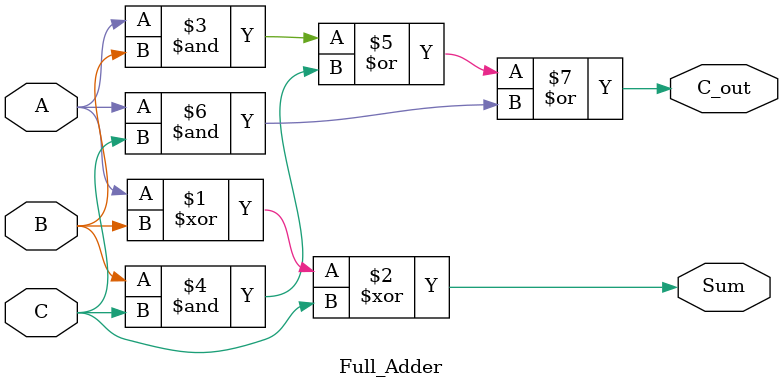
<source format=v>
`timescale 1ns / 1ps


module Full_Adder(
    input A,
    input B,
    input C,
    output Sum,
    output C_out
    );
     assign Sum = A^B^C;
     assign C_out=(A&B)|(B&C)|(A&C);
endmodule

</source>
